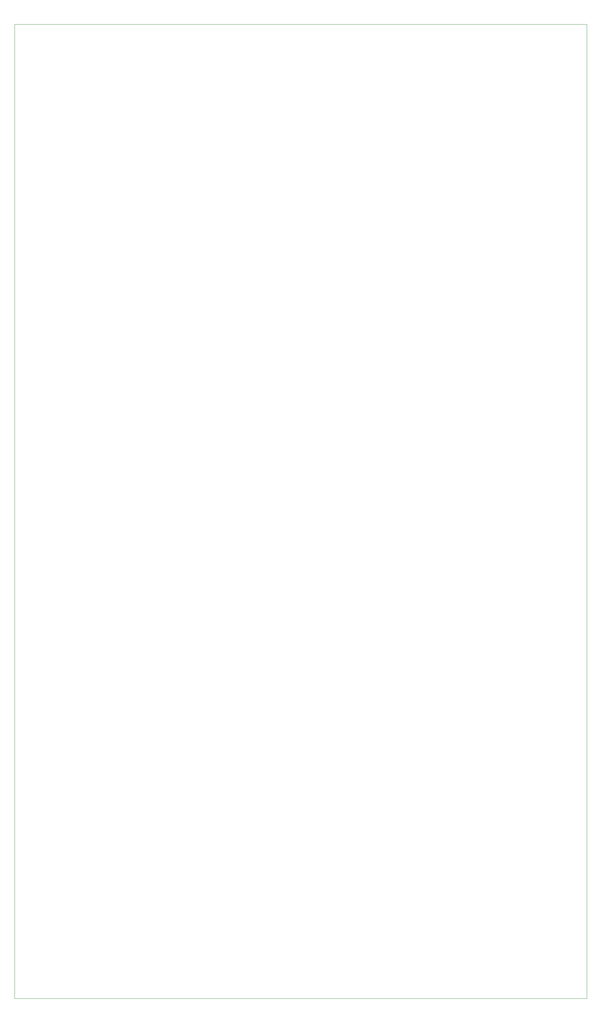
<source format=gbr>
G04 #@! TF.GenerationSoftware,KiCad,Pcbnew,(5.1.5)-3*
G04 #@! TF.CreationDate,2020-09-16T09:36:58+02:00*
G04 #@! TF.ProjectId,FetsAndCrosses,46657473-416e-4644-9372-6f737365732e,v0.1*
G04 #@! TF.SameCoordinates,Original*
G04 #@! TF.FileFunction,Profile,NP*
%FSLAX46Y46*%
G04 Gerber Fmt 4.6, Leading zero omitted, Abs format (unit mm)*
G04 Created by KiCad (PCBNEW (5.1.5)-3) date 2020-09-16 09:36:58*
%MOMM*%
%LPD*%
G04 APERTURE LIST*
G04 #@! TA.AperFunction,Profile*
%ADD10C,0.050000*%
G04 #@! TD*
G04 APERTURE END LIST*
D10*
X167005000Y-202565000D02*
X167005000Y-193675000D01*
X17145000Y-259080000D02*
X17145000Y-250190000D01*
X167005000Y-7620000D02*
X167005000Y-10160000D01*
X166370000Y-7620000D02*
X167005000Y-7620000D01*
X50800000Y-7620000D02*
X166370000Y-7620000D01*
X167005000Y-13335000D02*
X167005000Y-10160000D01*
X167005000Y-193675000D02*
X167005000Y-13335000D01*
X162560000Y-262890000D02*
X167005000Y-262890000D01*
X167005000Y-202565000D02*
X167005000Y-262890000D01*
X69850000Y-262890000D02*
X162560000Y-262890000D01*
X17145000Y-262890000D02*
X18415000Y-262890000D01*
X17145000Y-259080000D02*
X17145000Y-262890000D01*
X69850000Y-262890000D02*
X18415000Y-262890000D01*
X17145000Y-41275000D02*
X17145000Y-250190000D01*
X17145000Y-7620000D02*
X19685000Y-7620000D01*
X17145000Y-41275000D02*
X17145000Y-7620000D01*
X50800000Y-7620000D02*
X19685000Y-7620000D01*
M02*

</source>
